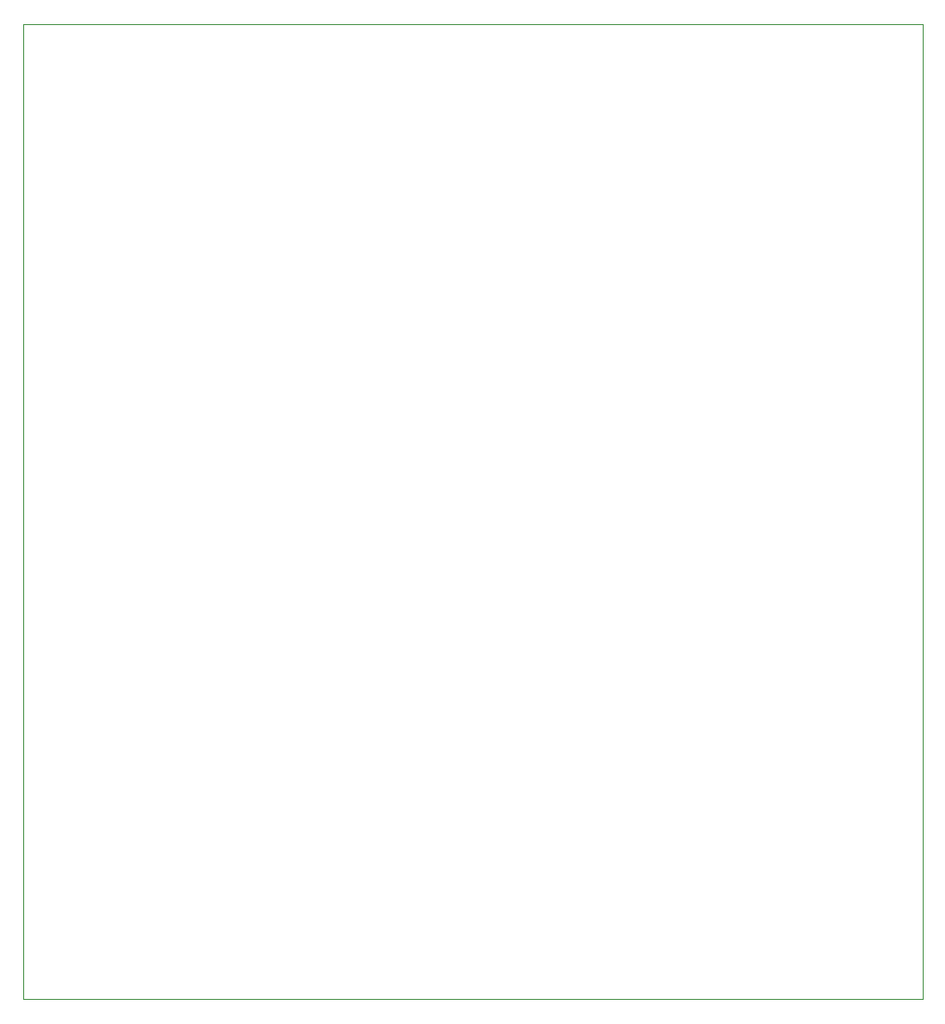
<source format=gbr>
%TF.GenerationSoftware,KiCad,Pcbnew,9.0.6-9.0.6~ubuntu24.04.1*%
%TF.CreationDate,2026-01-23T18:38:10+03:00*%
%TF.ProjectId,BoardRover2,426f6172-6452-46f7-9665-72322e6b6963,rev?*%
%TF.SameCoordinates,Original*%
%TF.FileFunction,Profile,NP*%
%FSLAX46Y46*%
G04 Gerber Fmt 4.6, Leading zero omitted, Abs format (unit mm)*
G04 Created by KiCad (PCBNEW 9.0.6-9.0.6~ubuntu24.04.1) date 2026-01-23 18:38:10*
%MOMM*%
%LPD*%
G01*
G04 APERTURE LIST*
%TA.AperFunction,Profile*%
%ADD10C,0.050000*%
%TD*%
G04 APERTURE END LIST*
D10*
X134567500Y-50800000D02*
X216623118Y-50800000D01*
X216623118Y-139700000D01*
X134567500Y-139700000D01*
X134567500Y-50800000D01*
M02*

</source>
